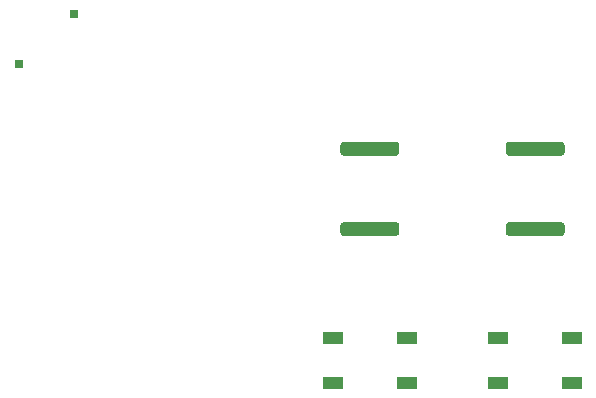
<source format=gbr>
%TF.GenerationSoftware,KiCad,Pcbnew,(5.1.9)-1*%
%TF.CreationDate,2021-05-10T22:24:52+08:00*%
%TF.ProjectId,MultiMifare,4d756c74-694d-4696-9661-72652e6b6963,rev?*%
%TF.SameCoordinates,Original*%
%TF.FileFunction,Paste,Top*%
%TF.FilePolarity,Positive*%
%FSLAX46Y46*%
G04 Gerber Fmt 4.6, Leading zero omitted, Abs format (unit mm)*
G04 Created by KiCad (PCBNEW (5.1.9)-1) date 2021-05-10 22:24:52*
%MOMM*%
%LPD*%
G01*
G04 APERTURE LIST*
%ADD10R,0.800000X0.800000*%
%ADD11R,1.700000X1.000000*%
G04 APERTURE END LIST*
D10*
%TO.C,AE1*%
X127290000Y-109392000D03*
X131994000Y-105200000D03*
%TD*%
%TO.C,U2*%
G36*
G01*
X154800000Y-122800000D02*
X159200000Y-122800000D01*
G75*
G02*
X159500000Y-123100000I0J-300000D01*
G01*
X159500000Y-123700000D01*
G75*
G02*
X159200000Y-124000000I-300000J0D01*
G01*
X154800000Y-124000000D01*
G75*
G02*
X154500000Y-123700000I0J300000D01*
G01*
X154500000Y-123100000D01*
G75*
G02*
X154800000Y-122800000I300000J0D01*
G01*
G37*
G36*
G01*
X154800000Y-116000000D02*
X159200000Y-116000000D01*
G75*
G02*
X159500000Y-116300000I0J-300000D01*
G01*
X159500000Y-116900000D01*
G75*
G02*
X159200000Y-117200000I-300000J0D01*
G01*
X154800000Y-117200000D01*
G75*
G02*
X154500000Y-116900000I0J300000D01*
G01*
X154500000Y-116300000D01*
G75*
G02*
X154800000Y-116000000I300000J0D01*
G01*
G37*
%TD*%
%TO.C,U1*%
G36*
G01*
X168800000Y-122800000D02*
X173200000Y-122800000D01*
G75*
G02*
X173500000Y-123100000I0J-300000D01*
G01*
X173500000Y-123700000D01*
G75*
G02*
X173200000Y-124000000I-300000J0D01*
G01*
X168800000Y-124000000D01*
G75*
G02*
X168500000Y-123700000I0J300000D01*
G01*
X168500000Y-123100000D01*
G75*
G02*
X168800000Y-122800000I300000J0D01*
G01*
G37*
G36*
G01*
X168800000Y-116000000D02*
X173200000Y-116000000D01*
G75*
G02*
X173500000Y-116300000I0J-300000D01*
G01*
X173500000Y-116900000D01*
G75*
G02*
X173200000Y-117200000I-300000J0D01*
G01*
X168800000Y-117200000D01*
G75*
G02*
X168500000Y-116900000I0J300000D01*
G01*
X168500000Y-116300000D01*
G75*
G02*
X168800000Y-116000000I300000J0D01*
G01*
G37*
%TD*%
D11*
%TO.C,SW2*%
X160150000Y-136400000D03*
X153850000Y-136400000D03*
X160150000Y-132600000D03*
X153850000Y-132600000D03*
%TD*%
%TO.C,SW1*%
X174150000Y-136400000D03*
X167850000Y-136400000D03*
X174150000Y-132600000D03*
X167850000Y-132600000D03*
%TD*%
M02*

</source>
